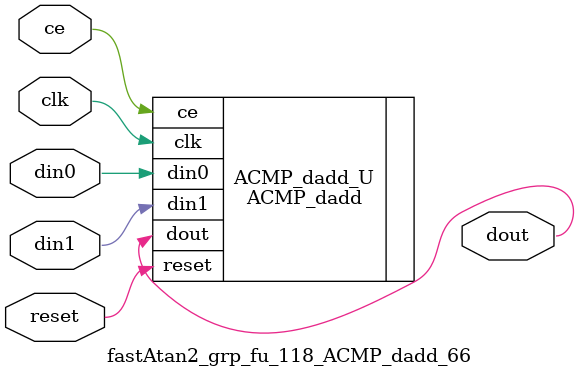
<source format=v>

`timescale 1 ns / 1 ps
module fastAtan2_grp_fu_118_ACMP_dadd_66(
    clk,
    reset,
    ce,
    din0,
    din1,
    dout);

parameter ID = 32'd1;
parameter NUM_STAGE = 32'd1;
parameter din0_WIDTH = 32'd1;
parameter din1_WIDTH = 32'd1;
parameter dout_WIDTH = 32'd1;
input clk;
input reset;
input ce;
input[din0_WIDTH - 1:0] din0;
input[din1_WIDTH - 1:0] din1;
output[dout_WIDTH - 1:0] dout;



ACMP_dadd #(
.ID( ID ),
.NUM_STAGE( 5 ),
.din0_WIDTH( din0_WIDTH ),
.din1_WIDTH( din1_WIDTH ),
.dout_WIDTH( dout_WIDTH ))
ACMP_dadd_U(
    .clk( clk ),
    .reset( reset ),
    .ce( ce ),
    .din0( din0 ),
    .din1( din1 ),
    .dout( dout ));

endmodule

</source>
